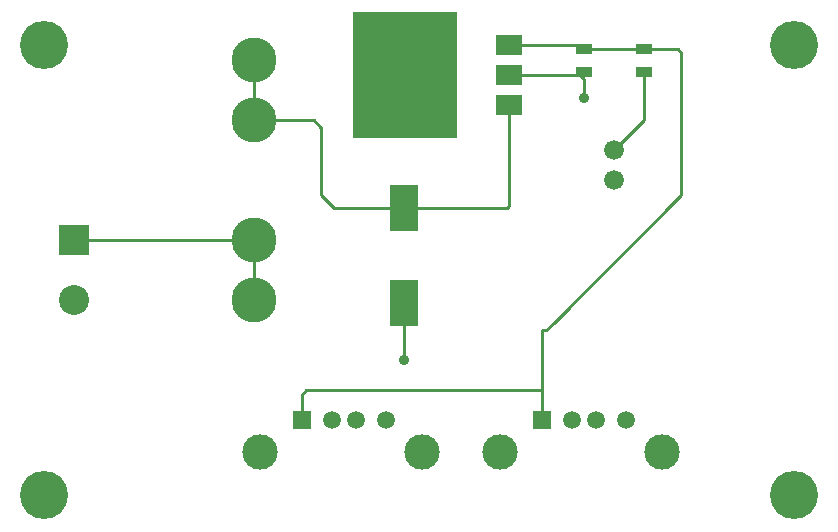
<source format=gtl>
G04 (created by PCBNEW (2013-07-07 BZR 4022)-stable) date 6/6/2016 3:41:11 PM*
%MOIN*%
G04 Gerber Fmt 3.4, Leading zero omitted, Abs format*
%FSLAX34Y34*%
G01*
G70*
G90*
G04 APERTURE LIST*
%ADD10C,0.00590551*%
%ADD11C,0.0591*%
%ADD12R,0.0591X0.0591*%
%ADD13C,0.1181*%
%ADD14R,0.055X0.035*%
%ADD15C,0.066*%
%ADD16C,0.15*%
%ADD17R,0.35X0.42*%
%ADD18R,0.09X0.07*%
%ADD19R,0.0945X0.1575*%
%ADD20R,0.1X0.1*%
%ADD21C,0.1*%
%ADD22C,0.16*%
%ADD23C,0.035*%
%ADD24C,0.01*%
G04 APERTURE END LIST*
G54D10*
G54D11*
X33900Y-23500D03*
X32900Y-23500D03*
X32100Y-23500D03*
G54D12*
X31100Y-23500D03*
G54D13*
X35100Y-24550D03*
X29700Y-24550D03*
G54D11*
X41900Y-23500D03*
X40900Y-23500D03*
X40100Y-23500D03*
G54D12*
X39100Y-23500D03*
G54D13*
X43100Y-24550D03*
X37700Y-24550D03*
G54D14*
X42500Y-11125D03*
X42500Y-11875D03*
X40500Y-11125D03*
X40500Y-11875D03*
G54D15*
X41500Y-14500D03*
X41500Y-15500D03*
G54D16*
X29500Y-19500D03*
X29500Y-17500D03*
X29500Y-13500D03*
X29500Y-11500D03*
G54D17*
X34550Y-12000D03*
G54D18*
X38000Y-12000D03*
X38000Y-13000D03*
X38000Y-11000D03*
G54D19*
X34500Y-16425D03*
X34500Y-19575D03*
G54D20*
X23500Y-17500D03*
G54D21*
X23500Y-19500D03*
G54D22*
X22500Y-26000D03*
X22500Y-11000D03*
X47500Y-11000D03*
X47500Y-26000D03*
G54D23*
X34550Y-12000D03*
X34500Y-21500D03*
X40500Y-12750D03*
G54D24*
X23500Y-17500D02*
X29500Y-17500D01*
X29500Y-17500D02*
X29500Y-19500D01*
X34500Y-19575D02*
X34500Y-21500D01*
X38000Y-12000D02*
X40375Y-12000D01*
X40500Y-12125D02*
X40500Y-12750D01*
X40375Y-12000D02*
X40500Y-12125D01*
X42500Y-11875D02*
X42500Y-13500D01*
X42500Y-13500D02*
X41500Y-14500D01*
X39100Y-22500D02*
X39000Y-22500D01*
X31100Y-22650D02*
X31250Y-22500D01*
X31250Y-22500D02*
X39000Y-22500D01*
X31100Y-22650D02*
X31100Y-23500D01*
X39100Y-20500D02*
X39250Y-20500D01*
X39250Y-20500D02*
X39500Y-20250D01*
X42500Y-11125D02*
X43625Y-11125D01*
X39100Y-20500D02*
X39100Y-22500D01*
X39100Y-22500D02*
X39100Y-23500D01*
X43750Y-16000D02*
X39500Y-20250D01*
X43750Y-11250D02*
X43750Y-16000D01*
X43625Y-11125D02*
X43750Y-11250D01*
X38000Y-11000D02*
X40375Y-11000D01*
X40375Y-11000D02*
X40500Y-11125D01*
X40500Y-11125D02*
X42500Y-11125D01*
X29500Y-13500D02*
X29500Y-11500D01*
X34500Y-16425D02*
X37925Y-16425D01*
X38000Y-16350D02*
X38000Y-13000D01*
X37925Y-16425D02*
X38000Y-16350D01*
X29500Y-13500D02*
X31500Y-13500D01*
X32175Y-16425D02*
X34500Y-16425D01*
X31750Y-16000D02*
X32175Y-16425D01*
X31750Y-13750D02*
X31750Y-16000D01*
X31500Y-13500D02*
X31750Y-13750D01*
M02*

</source>
